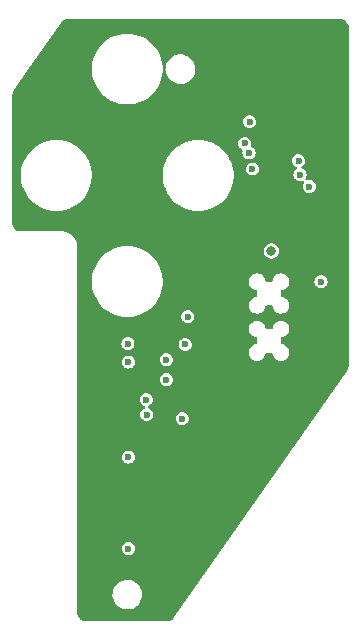
<source format=gbr>
%TF.GenerationSoftware,KiCad,Pcbnew,7.99.0-1.20230926git54171ec.fc37*%
%TF.CreationDate,2023-10-03T14:22:34+01:00*%
%TF.ProjectId,bugg-led-r5,62756767-2d6c-4656-942d-72352e6b6963,rev?*%
%TF.SameCoordinates,Original*%
%TF.FileFunction,Copper,L2,Inr*%
%TF.FilePolarity,Positive*%
%FSLAX46Y46*%
G04 Gerber Fmt 4.6, Leading zero omitted, Abs format (unit mm)*
G04 Created by KiCad (PCBNEW 7.99.0-1.20230926git54171ec.fc37) date 2023-10-03 14:22:34*
%MOMM*%
%LPD*%
G01*
G04 APERTURE LIST*
%TA.AperFunction,ViaPad*%
%ADD10C,0.800000*%
%TD*%
%TA.AperFunction,ViaPad*%
%ADD11C,0.600000*%
%TD*%
G04 APERTURE END LIST*
D10*
%TO.N,GND*%
X9525000Y3775000D03*
X16200000Y-5100000D03*
X16200000Y-4300000D03*
X13900000Y3525000D03*
X8925000Y-16175000D03*
D11*
%TO.N,+3V3*%
X10350000Y4550000D03*
D10*
X12200000Y-6400000D03*
D11*
%TO.N,Net-(LED201-GK)*%
X50000Y-14250000D03*
X3300000Y-17300000D03*
%TO.N,/LED1_B*%
X10600000Y550000D03*
X5125010Y-11974398D03*
%TO.N,/LED1_G*%
X4900000Y-14300000D03*
X10300000Y1900000D03*
%TO.N,/LED1_R*%
X9950000Y2700000D03*
X3300000Y-15600000D03*
%TO.N,/LED2_B*%
X15425010Y-950000D03*
X4650000Y-20600000D03*
%TO.N,/LED2_G*%
X14625010Y50000D03*
X1650000Y-20250000D03*
%TO.N,/LED2_R*%
X14500000Y1250000D03*
X1600000Y-19000000D03*
%TO.N,+5V*%
X100000Y-23850000D03*
X100000Y-15800000D03*
X100000Y-31600000D03*
X16400000Y-9000000D03*
%TD*%
%TA.AperFunction,Conductor*%
%TO.N,GND*%
G36*
X17945275Y13249408D02*
G01*
X17955567Y13249425D01*
X17955568Y13249425D01*
X17957237Y13249427D01*
X17996637Y13249493D01*
X18002825Y13249199D01*
X18133659Y13236513D01*
X18157932Y13231719D01*
X18274838Y13196407D01*
X18297706Y13186962D01*
X18405451Y13129489D01*
X18426034Y13115756D01*
X18520474Y13038332D01*
X18537976Y13020842D01*
X18615463Y12926457D01*
X18629209Y12905885D01*
X18686759Y12798175D01*
X18696219Y12775314D01*
X18731611Y12658436D01*
X18736423Y12634164D01*
X18749198Y12503333D01*
X18749496Y12497145D01*
X18749445Y12445559D01*
X18749500Y12444928D01*
X18749500Y-16058432D01*
X18749314Y-16063268D01*
X18741583Y-16163747D01*
X18738650Y-16182746D01*
X18717018Y-16275336D01*
X18711229Y-16293666D01*
X18675762Y-16381893D01*
X18667253Y-16399130D01*
X18615083Y-16487171D01*
X18612475Y-16491212D01*
X18582392Y-16534138D01*
X18582265Y-16534357D01*
X3983060Y-37384248D01*
X3982184Y-37385293D01*
X3952692Y-37427412D01*
X3948990Y-37432193D01*
X3865522Y-37529921D01*
X3848149Y-37546698D01*
X3754706Y-37621027D01*
X3734448Y-37634183D01*
X3628526Y-37689322D01*
X3606132Y-37698369D01*
X3491643Y-37732282D01*
X3467934Y-37736891D01*
X3376592Y-37745686D01*
X3339997Y-37749210D01*
X3333963Y-37749500D01*
X-3496906Y-37749500D01*
X-3503085Y-37749196D01*
X-3633866Y-37736315D01*
X-3658090Y-37731497D01*
X-3774948Y-37696049D01*
X-3797769Y-37686596D01*
X-3905457Y-37629035D01*
X-3925995Y-37615312D01*
X-4020384Y-37537849D01*
X-4037849Y-37520384D01*
X-4115312Y-37425995D01*
X-4129035Y-37405457D01*
X-4186596Y-37297769D01*
X-4196049Y-37274948D01*
X-4231497Y-37158090D01*
X-4236315Y-37133866D01*
X-4249196Y-37003085D01*
X-4249500Y-36996906D01*
X-4249500Y-35556330D01*
X-1254290Y-35556330D01*
X-1224075Y-35779387D01*
X-1154517Y-35993464D01*
X-1047852Y-36191681D01*
X-907508Y-36367666D01*
X-737996Y-36515765D01*
X-544764Y-36631215D01*
X-334024Y-36710307D01*
X-334019Y-36710307D01*
X-334019Y-36710308D01*
X-259184Y-36723888D01*
X-112547Y-36750500D01*
X-112546Y-36750500D01*
X56149Y-36750500D01*
X56155Y-36750500D01*
X213759Y-36736315D01*
X224189Y-36735377D01*
X224189Y-36735376D01*
X399507Y-36686991D01*
X441167Y-36675494D01*
X441167Y-36675493D01*
X441170Y-36675493D01*
X643973Y-36577829D01*
X826078Y-36445522D01*
X981632Y-36282825D01*
X1105635Y-36094968D01*
X1194103Y-35887988D01*
X1244191Y-35668537D01*
X1254290Y-35443670D01*
X1224075Y-35220613D01*
X1154517Y-35006536D01*
X1099897Y-34905035D01*
X1047855Y-34808324D01*
X1047851Y-34808317D01*
X907506Y-34632332D01*
X737998Y-34484237D01*
X737996Y-34484235D01*
X544764Y-34368785D01*
X334024Y-34289693D01*
X334019Y-34289691D01*
X144091Y-34255224D01*
X112547Y-34249500D01*
X-56155Y-34249500D01*
X-97870Y-34253254D01*
X-224189Y-34264622D01*
X-224189Y-34264623D01*
X-441167Y-34324505D01*
X-643968Y-34422168D01*
X-643976Y-34422173D01*
X-826078Y-34554478D01*
X-826079Y-34554479D01*
X-981630Y-34717172D01*
X-1041795Y-34808319D01*
X-1105635Y-34905032D01*
X-1194103Y-35112012D01*
X-1244191Y-35331463D01*
X-1254290Y-35556330D01*
X-4249500Y-35556330D01*
X-4249500Y-31600000D01*
X-455250Y-31600000D01*
X-436330Y-31743709D01*
X-401351Y-31828155D01*
X-380862Y-31877624D01*
X-292621Y-31992621D01*
X-177624Y-32080862D01*
X-128155Y-32101351D01*
X-43709Y-32136330D01*
X100000Y-32155250D01*
X243709Y-32136330D01*
X328155Y-32101351D01*
X377624Y-32080862D01*
X492621Y-31992621D01*
X580862Y-31877624D01*
X601351Y-31828155D01*
X636330Y-31743709D01*
X655250Y-31600000D01*
X636330Y-31456291D01*
X615839Y-31406821D01*
X580862Y-31322375D01*
X492621Y-31207378D01*
X377624Y-31119137D01*
X243709Y-31063670D01*
X100000Y-31044750D01*
X-43709Y-31063670D01*
X-177624Y-31119137D01*
X-292621Y-31207378D01*
X-380862Y-31322375D01*
X-415839Y-31406821D01*
X-436330Y-31456291D01*
X-455250Y-31600000D01*
X-4249500Y-31600000D01*
X-4249500Y-23850000D01*
X-455250Y-23850000D01*
X-436330Y-23993709D01*
X-401351Y-24078155D01*
X-380862Y-24127624D01*
X-292621Y-24242621D01*
X-177624Y-24330862D01*
X-128155Y-24351351D01*
X-43709Y-24386330D01*
X100000Y-24405250D01*
X243709Y-24386330D01*
X328155Y-24351351D01*
X377624Y-24330862D01*
X492621Y-24242621D01*
X580862Y-24127624D01*
X601351Y-24078155D01*
X636330Y-23993709D01*
X655250Y-23850000D01*
X636330Y-23706291D01*
X615839Y-23656821D01*
X580862Y-23572375D01*
X492621Y-23457378D01*
X377624Y-23369137D01*
X243709Y-23313670D01*
X100000Y-23294750D01*
X-43709Y-23313670D01*
X-177624Y-23369137D01*
X-292621Y-23457378D01*
X-380862Y-23572375D01*
X-415839Y-23656821D01*
X-436330Y-23706291D01*
X-455250Y-23850000D01*
X-4249500Y-23850000D01*
X-4249500Y-19000000D01*
X1044750Y-19000000D01*
X1063670Y-19143709D01*
X1119137Y-19277624D01*
X1207378Y-19392621D01*
X1322375Y-19480862D01*
X1414321Y-19518946D01*
X1469602Y-19563493D01*
X1492024Y-19630857D01*
X1474466Y-19699648D01*
X1422505Y-19748027D01*
X1414321Y-19751764D01*
X1372375Y-19769137D01*
X1257378Y-19857378D01*
X1169137Y-19972375D01*
X1113670Y-20106290D01*
X1094750Y-20249999D01*
X1094750Y-20250000D01*
X1113670Y-20393709D01*
X1169137Y-20527624D01*
X1257378Y-20642621D01*
X1372375Y-20730862D01*
X1456821Y-20765839D01*
X1506291Y-20786330D01*
X1650000Y-20805250D01*
X1793709Y-20786330D01*
X1896607Y-20743709D01*
X1927624Y-20730862D01*
X2042621Y-20642621D01*
X2075326Y-20600000D01*
X4094750Y-20600000D01*
X4113670Y-20743709D01*
X4169137Y-20877624D01*
X4257378Y-20992621D01*
X4372375Y-21080862D01*
X4456821Y-21115839D01*
X4506291Y-21136330D01*
X4650000Y-21155250D01*
X4793709Y-21136330D01*
X4878155Y-21101351D01*
X4927624Y-21080862D01*
X5042621Y-20992621D01*
X5130862Y-20877624D01*
X5168676Y-20786329D01*
X5186330Y-20743709D01*
X5205250Y-20600000D01*
X5186330Y-20456291D01*
X5160408Y-20393709D01*
X5130862Y-20322375D01*
X5042621Y-20207378D01*
X4927624Y-20119137D01*
X4793709Y-20063670D01*
X4650000Y-20044750D01*
X4506290Y-20063670D01*
X4372375Y-20119137D01*
X4257378Y-20207378D01*
X4169137Y-20322375D01*
X4113670Y-20456290D01*
X4094750Y-20599999D01*
X4094750Y-20600000D01*
X2075326Y-20600000D01*
X2130862Y-20527624D01*
X2160408Y-20456290D01*
X2186330Y-20393709D01*
X2205250Y-20250000D01*
X2186330Y-20106291D01*
X2160839Y-20044750D01*
X2130862Y-19972375D01*
X2042621Y-19857378D01*
X1927625Y-19769138D01*
X1835677Y-19731053D01*
X1780396Y-19686505D01*
X1757975Y-19619142D01*
X1775533Y-19550350D01*
X1827495Y-19501972D01*
X1835668Y-19498239D01*
X1877625Y-19480861D01*
X1992621Y-19392621D01*
X2080861Y-19277625D01*
X2080860Y-19277625D01*
X2080862Y-19277624D01*
X2101351Y-19228155D01*
X2136330Y-19143709D01*
X2155250Y-19000000D01*
X2136330Y-18856291D01*
X2115839Y-18806821D01*
X2080862Y-18722375D01*
X1992621Y-18607378D01*
X1877624Y-18519137D01*
X1743709Y-18463670D01*
X1600000Y-18444750D01*
X1456290Y-18463670D01*
X1322375Y-18519137D01*
X1207378Y-18607378D01*
X1119137Y-18722375D01*
X1063670Y-18856290D01*
X1044750Y-18999999D01*
X1044750Y-19000000D01*
X-4249500Y-19000000D01*
X-4249500Y-17300000D01*
X2744750Y-17300000D01*
X2763670Y-17443709D01*
X2819137Y-17577624D01*
X2907378Y-17692621D01*
X3022375Y-17780862D01*
X3106821Y-17815839D01*
X3156291Y-17836330D01*
X3300000Y-17855250D01*
X3443709Y-17836330D01*
X3528155Y-17801351D01*
X3577624Y-17780862D01*
X3692621Y-17692621D01*
X3780862Y-17577624D01*
X3801351Y-17528155D01*
X3836330Y-17443709D01*
X3855250Y-17300000D01*
X3836330Y-17156291D01*
X3815839Y-17106821D01*
X3780862Y-17022375D01*
X3692621Y-16907378D01*
X3577624Y-16819137D01*
X3443709Y-16763670D01*
X3300000Y-16744750D01*
X3156290Y-16763670D01*
X3022375Y-16819137D01*
X2907378Y-16907378D01*
X2819137Y-17022375D01*
X2763670Y-17156290D01*
X2744750Y-17299999D01*
X2744750Y-17300000D01*
X-4249500Y-17300000D01*
X-4249500Y-15800000D01*
X-455250Y-15800000D01*
X-436330Y-15943709D01*
X-416070Y-15992621D01*
X-380862Y-16077624D01*
X-292621Y-16192621D01*
X-177624Y-16280862D01*
X-146711Y-16293666D01*
X-43709Y-16336330D01*
X100000Y-16355250D01*
X243709Y-16336330D01*
X346711Y-16293666D01*
X377624Y-16280862D01*
X492621Y-16192621D01*
X580862Y-16077624D01*
X616070Y-15992621D01*
X636330Y-15943709D01*
X655250Y-15800000D01*
X636330Y-15656291D01*
X613014Y-15600000D01*
X2744750Y-15600000D01*
X2763670Y-15743709D01*
X2819137Y-15877624D01*
X2907378Y-15992621D01*
X3022375Y-16080862D01*
X3106821Y-16115839D01*
X3156291Y-16136330D01*
X3300000Y-16155250D01*
X3443709Y-16136330D01*
X3528155Y-16101351D01*
X3577624Y-16080862D01*
X3692621Y-15992621D01*
X3780862Y-15877624D01*
X3813014Y-15799999D01*
X3836330Y-15743709D01*
X3855250Y-15600000D01*
X3836330Y-15456291D01*
X3813366Y-15400851D01*
X3780862Y-15322375D01*
X3692621Y-15207378D01*
X3577624Y-15119137D01*
X3495349Y-15085059D01*
X10299500Y-15085059D01*
X10340208Y-15250221D01*
X10340210Y-15250225D01*
X10419265Y-15400851D01*
X10419270Y-15400857D01*
X10532069Y-15528181D01*
X10532071Y-15528183D01*
X10672070Y-15624818D01*
X10672074Y-15624820D01*
X10761172Y-15658609D01*
X10831128Y-15685140D01*
X10957628Y-15700500D01*
X10957632Y-15700500D01*
X11042368Y-15700500D01*
X11042372Y-15700500D01*
X11168872Y-15685140D01*
X11327930Y-15624818D01*
X11467929Y-15528183D01*
X11580734Y-15400852D01*
X11659790Y-15250225D01*
X11700500Y-15085056D01*
X11700500Y-15085053D01*
X11700869Y-15083556D01*
X11736592Y-15022201D01*
X11799815Y-14989900D01*
X11848565Y-14990287D01*
X11898259Y-15000500D01*
X11898263Y-15000500D01*
X12050741Y-15000500D01*
X12050742Y-15000500D01*
X12050743Y-15000499D01*
X12050760Y-15000499D01*
X12138411Y-14991584D01*
X12164192Y-14988963D01*
X12233986Y-15001970D01*
X12285670Y-15050646D01*
X12299279Y-15084162D01*
X12340209Y-15250222D01*
X12340210Y-15250225D01*
X12419265Y-15400851D01*
X12419270Y-15400857D01*
X12532069Y-15528181D01*
X12532071Y-15528183D01*
X12672070Y-15624818D01*
X12672074Y-15624820D01*
X12761172Y-15658609D01*
X12831128Y-15685140D01*
X12957628Y-15700500D01*
X12957632Y-15700500D01*
X13042368Y-15700500D01*
X13042372Y-15700500D01*
X13168872Y-15685140D01*
X13327930Y-15624818D01*
X13467929Y-15528183D01*
X13580734Y-15400852D01*
X13659790Y-15250225D01*
X13700500Y-15085056D01*
X13700500Y-14914944D01*
X13659790Y-14749775D01*
X13580734Y-14599148D01*
X13561666Y-14577625D01*
X13467930Y-14471818D01*
X13467928Y-14471816D01*
X13327929Y-14375181D01*
X13327925Y-14375179D01*
X13168870Y-14314859D01*
X13101442Y-14306672D01*
X13036229Y-14278605D01*
X12996542Y-14219737D01*
X12994898Y-14158871D01*
X12993096Y-14158595D01*
X12994064Y-14152278D01*
X13004369Y-13949064D01*
X12997983Y-13907378D01*
X12987363Y-13838058D01*
X12996818Y-13767698D01*
X13042814Y-13713616D01*
X13096718Y-13693901D01*
X13168872Y-13685140D01*
X13327930Y-13624818D01*
X13467929Y-13528183D01*
X13580734Y-13400852D01*
X13659790Y-13250225D01*
X13700500Y-13085056D01*
X13700500Y-12914944D01*
X13659790Y-12749777D01*
X13659790Y-12749776D01*
X13659790Y-12749775D01*
X13580734Y-12599148D01*
X13467929Y-12471817D01*
X13443943Y-12455260D01*
X13327929Y-12375181D01*
X13327925Y-12375179D01*
X13168870Y-12314859D01*
X13042378Y-12299500D01*
X13042372Y-12299500D01*
X12957628Y-12299500D01*
X12957621Y-12299500D01*
X12831129Y-12314859D01*
X12672074Y-12375179D01*
X12672070Y-12375181D01*
X12532071Y-12471816D01*
X12532069Y-12471818D01*
X12419270Y-12599142D01*
X12419265Y-12599148D01*
X12340210Y-12749774D01*
X12340209Y-12749777D01*
X12299130Y-12916443D01*
X12263406Y-12977797D01*
X12200183Y-13010099D01*
X12151430Y-13009710D01*
X12101742Y-12999500D01*
X12101741Y-12999500D01*
X11949258Y-12999500D01*
X11949256Y-12999500D01*
X11835806Y-13011037D01*
X11766011Y-12998029D01*
X11714329Y-12949352D01*
X11700720Y-12915836D01*
X11659791Y-12749778D01*
X11659790Y-12749776D01*
X11659790Y-12749775D01*
X11580734Y-12599148D01*
X11467929Y-12471817D01*
X11443943Y-12455260D01*
X11327929Y-12375181D01*
X11327925Y-12375179D01*
X11168870Y-12314859D01*
X11042378Y-12299500D01*
X11042372Y-12299500D01*
X10957628Y-12299500D01*
X10957621Y-12299500D01*
X10831129Y-12314859D01*
X10672074Y-12375179D01*
X10672070Y-12375181D01*
X10532071Y-12471816D01*
X10532069Y-12471818D01*
X10419270Y-12599142D01*
X10419265Y-12599148D01*
X10340210Y-12749774D01*
X10340208Y-12749778D01*
X10299500Y-12914940D01*
X10299500Y-13085059D01*
X10340208Y-13250221D01*
X10340210Y-13250225D01*
X10419265Y-13400851D01*
X10419270Y-13400857D01*
X10532069Y-13528181D01*
X10532071Y-13528183D01*
X10672070Y-13624818D01*
X10672074Y-13624820D01*
X10831125Y-13685139D01*
X10831128Y-13685140D01*
X10898560Y-13693327D01*
X10963769Y-13721393D01*
X11003457Y-13780261D01*
X11005111Y-13841131D01*
X11006904Y-13841406D01*
X11005936Y-13847722D01*
X10995630Y-14050936D01*
X11012636Y-14161938D01*
X11003180Y-14232302D01*
X10957184Y-14286384D01*
X10903276Y-14306099D01*
X10831129Y-14314859D01*
X10672074Y-14375179D01*
X10672070Y-14375181D01*
X10532071Y-14471816D01*
X10532069Y-14471818D01*
X10419270Y-14599142D01*
X10419265Y-14599148D01*
X10340210Y-14749774D01*
X10340208Y-14749778D01*
X10299500Y-14914940D01*
X10299500Y-15085059D01*
X3495349Y-15085059D01*
X3443709Y-15063670D01*
X3300000Y-15044750D01*
X3156290Y-15063670D01*
X3022375Y-15119137D01*
X2907378Y-15207378D01*
X2819137Y-15322375D01*
X2763670Y-15456290D01*
X2744750Y-15599999D01*
X2744750Y-15600000D01*
X613014Y-15600000D01*
X580862Y-15522375D01*
X492621Y-15407378D01*
X377624Y-15319137D01*
X243709Y-15263670D01*
X100000Y-15244750D01*
X-43709Y-15263670D01*
X-177624Y-15319137D01*
X-292621Y-15407378D01*
X-380862Y-15522375D01*
X-413014Y-15600000D01*
X-436330Y-15656291D01*
X-455250Y-15800000D01*
X-4249500Y-15800000D01*
X-4249500Y-14250000D01*
X-505250Y-14250000D01*
X-486330Y-14393709D01*
X-453977Y-14471817D01*
X-430862Y-14527624D01*
X-342621Y-14642621D01*
X-227624Y-14730862D01*
X-181964Y-14749774D01*
X-93709Y-14786330D01*
X50000Y-14805250D01*
X193709Y-14786330D01*
X281964Y-14749774D01*
X327624Y-14730862D01*
X442621Y-14642621D01*
X530862Y-14527624D01*
X553977Y-14471817D01*
X586330Y-14393709D01*
X598667Y-14300000D01*
X4344750Y-14300000D01*
X4363670Y-14443709D01*
X4419137Y-14577624D01*
X4507378Y-14692621D01*
X4622375Y-14780862D01*
X4706821Y-14815839D01*
X4756291Y-14836330D01*
X4900000Y-14855250D01*
X5043709Y-14836330D01*
X5128155Y-14801351D01*
X5177624Y-14780862D01*
X5292621Y-14692621D01*
X5380862Y-14577624D01*
X5401572Y-14527624D01*
X5436330Y-14443709D01*
X5455250Y-14300000D01*
X5436330Y-14156291D01*
X5415619Y-14106290D01*
X5380862Y-14022375D01*
X5292621Y-13907378D01*
X5177624Y-13819137D01*
X5043709Y-13763670D01*
X4900000Y-13744750D01*
X4756290Y-13763670D01*
X4622375Y-13819137D01*
X4507378Y-13907378D01*
X4419137Y-14022375D01*
X4363670Y-14156290D01*
X4344750Y-14299999D01*
X4344750Y-14300000D01*
X598667Y-14300000D01*
X605250Y-14250000D01*
X586330Y-14106291D01*
X563402Y-14050936D01*
X530862Y-13972375D01*
X442621Y-13857378D01*
X327624Y-13769137D01*
X193709Y-13713670D01*
X50000Y-13694750D01*
X-93709Y-13713670D01*
X-227624Y-13769137D01*
X-342621Y-13857378D01*
X-430862Y-13972375D01*
X-463402Y-14050936D01*
X-486330Y-14106291D01*
X-505250Y-14250000D01*
X-4249500Y-14250000D01*
X-4249500Y-9174759D01*
X-3000500Y-9174759D01*
X-2959923Y-9521914D01*
X-2879319Y-9862011D01*
X-2759777Y-10190451D01*
X-2602913Y-10502793D01*
X-2410849Y-10794811D01*
X-2186183Y-11062558D01*
X-1931953Y-11302412D01*
X-1651596Y-11511130D01*
X-1348904Y-11685889D01*
X-1027971Y-11824326D01*
X-693136Y-11924569D01*
X-348927Y-11985262D01*
X-87305Y-12000500D01*
X-87299Y-12000500D01*
X87299Y-12000500D01*
X87305Y-12000500D01*
X348927Y-11985262D01*
X410540Y-11974398D01*
X4569760Y-11974398D01*
X4588680Y-12118107D01*
X4644147Y-12252022D01*
X4732388Y-12367019D01*
X4847385Y-12455260D01*
X4931831Y-12490237D01*
X4981301Y-12510728D01*
X5125010Y-12529648D01*
X5268719Y-12510728D01*
X5353165Y-12475749D01*
X5402634Y-12455260D01*
X5517631Y-12367019D01*
X5605872Y-12252022D01*
X5626361Y-12202553D01*
X5661340Y-12118107D01*
X5680260Y-11974398D01*
X5661340Y-11830689D01*
X5640849Y-11781219D01*
X5605872Y-11696773D01*
X5517631Y-11581776D01*
X5402634Y-11493535D01*
X5268719Y-11438068D01*
X5125010Y-11419148D01*
X4981300Y-11438068D01*
X4847385Y-11493535D01*
X4732388Y-11581776D01*
X4644147Y-11696773D01*
X4588680Y-11830688D01*
X4569760Y-11974397D01*
X4569760Y-11974398D01*
X410540Y-11974398D01*
X693136Y-11924569D01*
X1027971Y-11824326D01*
X1348904Y-11685889D01*
X1651596Y-11511130D01*
X1931953Y-11302412D01*
X2162333Y-11085059D01*
X10299500Y-11085059D01*
X10340208Y-11250221D01*
X10340210Y-11250225D01*
X10419265Y-11400851D01*
X10419270Y-11400857D01*
X10532069Y-11528181D01*
X10532071Y-11528183D01*
X10672070Y-11624818D01*
X10672074Y-11624820D01*
X10761172Y-11658609D01*
X10831128Y-11685140D01*
X10957628Y-11700500D01*
X10957632Y-11700500D01*
X11042368Y-11700500D01*
X11042372Y-11700500D01*
X11168872Y-11685140D01*
X11327930Y-11624818D01*
X11467929Y-11528183D01*
X11580734Y-11400852D01*
X11659790Y-11250225D01*
X11700500Y-11085056D01*
X11700500Y-11085053D01*
X11700869Y-11083556D01*
X11736592Y-11022201D01*
X11799815Y-10989900D01*
X11848565Y-10990287D01*
X11898259Y-11000500D01*
X11898263Y-11000500D01*
X12050741Y-11000500D01*
X12050742Y-11000500D01*
X12050743Y-11000499D01*
X12050760Y-11000499D01*
X12138411Y-10991584D01*
X12164192Y-10988963D01*
X12233986Y-11001970D01*
X12285670Y-11050646D01*
X12299279Y-11084162D01*
X12340209Y-11250222D01*
X12340210Y-11250225D01*
X12419265Y-11400851D01*
X12419270Y-11400857D01*
X12532069Y-11528181D01*
X12532071Y-11528183D01*
X12672070Y-11624818D01*
X12672074Y-11624820D01*
X12761172Y-11658609D01*
X12831128Y-11685140D01*
X12957628Y-11700500D01*
X12957632Y-11700500D01*
X13042368Y-11700500D01*
X13042372Y-11700500D01*
X13168872Y-11685140D01*
X13327930Y-11624818D01*
X13467929Y-11528183D01*
X13580734Y-11400852D01*
X13659790Y-11250225D01*
X13700500Y-11085056D01*
X13700500Y-10914944D01*
X13659790Y-10749775D01*
X13580734Y-10599148D01*
X13495377Y-10502800D01*
X13467930Y-10471818D01*
X13467928Y-10471816D01*
X13327929Y-10375181D01*
X13327925Y-10375179D01*
X13168870Y-10314859D01*
X13101442Y-10306672D01*
X13036229Y-10278605D01*
X12996542Y-10219737D01*
X12994898Y-10158871D01*
X12993096Y-10158595D01*
X12994064Y-10152278D01*
X13004369Y-9949064D01*
X12987363Y-9838058D01*
X12996818Y-9767698D01*
X13042814Y-9713616D01*
X13096718Y-9693901D01*
X13168872Y-9685140D01*
X13327930Y-9624818D01*
X13467929Y-9528183D01*
X13580734Y-9400852D01*
X13659790Y-9250225D01*
X13700500Y-9085056D01*
X13700500Y-9000000D01*
X15844750Y-9000000D01*
X15863670Y-9143709D01*
X15919137Y-9277624D01*
X16007378Y-9392621D01*
X16122375Y-9480862D01*
X16206821Y-9515839D01*
X16256291Y-9536330D01*
X16400000Y-9555250D01*
X16543709Y-9536330D01*
X16628155Y-9501351D01*
X16677624Y-9480862D01*
X16792621Y-9392621D01*
X16880862Y-9277624D01*
X16901351Y-9228155D01*
X16936330Y-9143709D01*
X16955250Y-9000000D01*
X16936330Y-8856291D01*
X16892212Y-8749778D01*
X16880862Y-8722375D01*
X16792621Y-8607378D01*
X16677624Y-8519137D01*
X16543709Y-8463670D01*
X16400000Y-8444750D01*
X16256290Y-8463670D01*
X16122375Y-8519137D01*
X16007378Y-8607378D01*
X15919137Y-8722375D01*
X15863670Y-8856290D01*
X15844750Y-8999999D01*
X15844750Y-9000000D01*
X13700500Y-9000000D01*
X13700500Y-8914944D01*
X13686043Y-8856290D01*
X13659791Y-8749778D01*
X13659790Y-8749776D01*
X13659790Y-8749775D01*
X13580734Y-8599148D01*
X13509852Y-8519139D01*
X13467930Y-8471818D01*
X13467928Y-8471816D01*
X13327929Y-8375181D01*
X13327925Y-8375179D01*
X13168870Y-8314859D01*
X13042378Y-8299500D01*
X13042372Y-8299500D01*
X12957628Y-8299500D01*
X12957621Y-8299500D01*
X12831129Y-8314859D01*
X12672074Y-8375179D01*
X12672070Y-8375181D01*
X12532071Y-8471816D01*
X12532069Y-8471818D01*
X12419270Y-8599142D01*
X12419265Y-8599148D01*
X12340210Y-8749774D01*
X12340209Y-8749777D01*
X12299130Y-8916443D01*
X12263406Y-8977797D01*
X12200183Y-9010099D01*
X12151430Y-9009710D01*
X12101742Y-8999500D01*
X12101741Y-8999500D01*
X11949258Y-8999500D01*
X11949256Y-8999500D01*
X11835806Y-9011037D01*
X11766011Y-8998029D01*
X11714329Y-8949352D01*
X11700720Y-8915836D01*
X11659791Y-8749778D01*
X11659790Y-8749776D01*
X11659790Y-8749775D01*
X11580734Y-8599148D01*
X11509852Y-8519139D01*
X11467930Y-8471818D01*
X11467928Y-8471816D01*
X11327929Y-8375181D01*
X11327925Y-8375179D01*
X11168870Y-8314859D01*
X11042378Y-8299500D01*
X11042372Y-8299500D01*
X10957628Y-8299500D01*
X10957621Y-8299500D01*
X10831129Y-8314859D01*
X10672074Y-8375179D01*
X10672070Y-8375181D01*
X10532071Y-8471816D01*
X10532069Y-8471818D01*
X10419270Y-8599142D01*
X10419265Y-8599148D01*
X10340210Y-8749774D01*
X10340208Y-8749778D01*
X10299500Y-8914940D01*
X10299500Y-9085059D01*
X10340208Y-9250221D01*
X10340210Y-9250225D01*
X10419265Y-9400851D01*
X10419270Y-9400857D01*
X10532069Y-9528181D01*
X10532071Y-9528183D01*
X10672070Y-9624818D01*
X10672074Y-9624820D01*
X10831125Y-9685139D01*
X10831128Y-9685140D01*
X10898560Y-9693327D01*
X10963769Y-9721393D01*
X11003457Y-9780261D01*
X11005111Y-9841131D01*
X11006904Y-9841406D01*
X11005936Y-9847722D01*
X10995630Y-10050936D01*
X11012636Y-10161938D01*
X11003180Y-10232302D01*
X10957184Y-10286384D01*
X10903276Y-10306099D01*
X10831129Y-10314859D01*
X10672074Y-10375179D01*
X10672070Y-10375181D01*
X10532071Y-10471816D01*
X10532069Y-10471818D01*
X10419270Y-10599142D01*
X10419265Y-10599148D01*
X10340210Y-10749774D01*
X10340208Y-10749778D01*
X10299500Y-10914940D01*
X10299500Y-11085059D01*
X2162333Y-11085059D01*
X2186183Y-11062558D01*
X2410849Y-10794811D01*
X2602913Y-10502793D01*
X2759777Y-10190451D01*
X2879319Y-9862011D01*
X2959923Y-9521914D01*
X3000500Y-9174759D01*
X3000500Y-8825241D01*
X2991679Y-8749777D01*
X2974073Y-8599148D01*
X2959923Y-8478086D01*
X2879319Y-8137989D01*
X2759777Y-7809549D01*
X2602913Y-7497207D01*
X2410849Y-7205189D01*
X2281049Y-7050499D01*
X2186186Y-6937445D01*
X1931954Y-6697589D01*
X1651600Y-6488873D01*
X1651596Y-6488870D01*
X1497674Y-6400003D01*
X11544722Y-6400003D01*
X11563761Y-6556815D01*
X11591771Y-6630670D01*
X11619780Y-6704523D01*
X11619781Y-6704525D01*
X11619782Y-6704526D01*
X11619783Y-6704529D01*
X11709516Y-6834529D01*
X11709517Y-6834530D01*
X11827760Y-6939283D01*
X11967635Y-7012696D01*
X11967636Y-7012696D01*
X11967638Y-7012697D01*
X12044325Y-7031598D01*
X12121015Y-7050500D01*
X12121017Y-7050500D01*
X12278983Y-7050500D01*
X12278985Y-7050500D01*
X12432365Y-7012696D01*
X12572240Y-6939283D01*
X12690483Y-6834530D01*
X12780220Y-6704523D01*
X12836237Y-6556818D01*
X12836237Y-6556817D01*
X12836238Y-6556815D01*
X12855278Y-6400003D01*
X12855278Y-6399996D01*
X12836238Y-6243184D01*
X12828392Y-6222498D01*
X12780220Y-6095477D01*
X12780216Y-6095472D01*
X12780216Y-6095470D01*
X12690483Y-5965470D01*
X12690481Y-5965468D01*
X12572240Y-5860717D01*
X12432365Y-5787304D01*
X12432361Y-5787302D01*
X12278987Y-5749500D01*
X12278985Y-5749500D01*
X12121015Y-5749500D01*
X12121012Y-5749500D01*
X11967638Y-5787302D01*
X11967634Y-5787304D01*
X11827759Y-5860717D01*
X11709518Y-5965468D01*
X11709516Y-5965470D01*
X11619783Y-6095470D01*
X11619782Y-6095473D01*
X11563761Y-6243184D01*
X11544722Y-6399996D01*
X11544722Y-6400003D01*
X1497674Y-6400003D01*
X1348906Y-6314112D01*
X1348901Y-6314109D01*
X1027978Y-6175677D01*
X1027977Y-6175676D01*
X1027971Y-6175674D01*
X693136Y-6075431D01*
X348927Y-6014738D01*
X348922Y-6014737D01*
X348916Y-6014737D01*
X216290Y-6007012D01*
X87305Y-5999500D01*
X-87305Y-5999500D01*
X-216290Y-6007012D01*
X-348916Y-6014737D01*
X-348922Y-6014737D01*
X-348927Y-6014738D01*
X-693136Y-6075431D01*
X-1027971Y-6175674D01*
X-1027977Y-6175676D01*
X-1027978Y-6175677D01*
X-1348901Y-6314109D01*
X-1348906Y-6314112D01*
X-1497674Y-6400003D01*
X-1651596Y-6488870D01*
X-1651600Y-6488873D01*
X-1931954Y-6697589D01*
X-2186186Y-6937445D01*
X-2281049Y-7050499D01*
X-2410849Y-7205189D01*
X-2602913Y-7497207D01*
X-2759777Y-7809549D01*
X-2879319Y-8137989D01*
X-2959923Y-8478086D01*
X-2974073Y-8599148D01*
X-2991679Y-8749777D01*
X-3000500Y-8825241D01*
X-3000500Y-9174759D01*
X-4249500Y-9174759D01*
X-4249500Y-5901587D01*
X-4257072Y-5853780D01*
X-4280291Y-5707174D01*
X-4280291Y-5707173D01*
X-4280292Y-5707168D01*
X-4341114Y-5519978D01*
X-4341117Y-5519972D01*
X-4430478Y-5344591D01*
X-4546173Y-5185351D01*
X-4685351Y-5046173D01*
X-4844591Y-4930478D01*
X-5019972Y-4841117D01*
X-5019978Y-4841114D01*
X-5207168Y-4780292D01*
X-5207174Y-4780291D01*
X-5401584Y-4749500D01*
X-5401587Y-4749500D01*
X-8996448Y-4749500D01*
X-9002667Y-4749192D01*
X-9133468Y-4736224D01*
X-9157662Y-4731398D01*
X-9274557Y-4695886D01*
X-9297350Y-4686437D01*
X-9405079Y-4628827D01*
X-9425593Y-4615118D01*
X-9520036Y-4537613D01*
X-9537485Y-4520168D01*
X-9615009Y-4425750D01*
X-9628723Y-4405240D01*
X-9686360Y-4297525D01*
X-9695815Y-4274736D01*
X-9731359Y-4157848D01*
X-9736191Y-4133653D01*
X-9749191Y-4002861D01*
X-9749500Y-3996626D01*
X-9749500Y-174759D01*
X-9000500Y-174759D01*
X-8959923Y-521914D01*
X-8879319Y-862011D01*
X-8759777Y-1190451D01*
X-8602913Y-1502793D01*
X-8410849Y-1794811D01*
X-8186183Y-2062558D01*
X-7931953Y-2302412D01*
X-7651596Y-2511130D01*
X-7348904Y-2685889D01*
X-7027971Y-2824326D01*
X-6693136Y-2924569D01*
X-6348927Y-2985262D01*
X-6087305Y-3000500D01*
X-6087299Y-3000500D01*
X-5912701Y-3000500D01*
X-5912695Y-3000500D01*
X-5651073Y-2985262D01*
X-5306864Y-2924569D01*
X-4972029Y-2824326D01*
X-4651096Y-2685889D01*
X-4348404Y-2511130D01*
X-4068047Y-2302412D01*
X-3813817Y-2062558D01*
X-3813816Y-2062556D01*
X-3813813Y-2062554D01*
X-3589147Y-1794806D01*
X-3397091Y-1502800D01*
X-3388819Y-1486330D01*
X-3240223Y-1190451D01*
X-3240219Y-1190441D01*
X-3120683Y-862019D01*
X-3120681Y-862010D01*
X-3040078Y-521919D01*
X-3040076Y-521909D01*
X-2999500Y-174761D01*
X2999500Y-174761D01*
X3040076Y-521909D01*
X3040078Y-521919D01*
X3120681Y-862010D01*
X3120683Y-862019D01*
X3240219Y-1190441D01*
X3240223Y-1190451D01*
X3388819Y-1486330D01*
X3397091Y-1502800D01*
X3589147Y-1794806D01*
X3813813Y-2062554D01*
X3813816Y-2062556D01*
X3813817Y-2062558D01*
X4068047Y-2302412D01*
X4348404Y-2511130D01*
X4651096Y-2685889D01*
X4972029Y-2824326D01*
X5306864Y-2924569D01*
X5651073Y-2985262D01*
X5912695Y-3000500D01*
X5912701Y-3000500D01*
X6087299Y-3000500D01*
X6087305Y-3000500D01*
X6348927Y-2985262D01*
X6693136Y-2924569D01*
X7027971Y-2824326D01*
X7348904Y-2685889D01*
X7651596Y-2511130D01*
X7931953Y-2302412D01*
X8186183Y-2062558D01*
X8410849Y-1794811D01*
X8602913Y-1502793D01*
X8759777Y-1190451D01*
X8879319Y-862011D01*
X8959923Y-521914D01*
X9000500Y-174759D01*
X9000500Y174759D01*
X8959923Y521914D01*
X8953267Y549999D01*
X10044750Y549999D01*
X10063670Y406290D01*
X10119137Y272375D01*
X10207378Y157378D01*
X10322375Y69137D01*
X10456290Y13670D01*
X10600000Y-5250D01*
X10743709Y13670D01*
X10877624Y69137D01*
X10992621Y157378D01*
X11080862Y272375D01*
X11115839Y356821D01*
X11136330Y406291D01*
X11155250Y550000D01*
X11136330Y693709D01*
X11100225Y780876D01*
X11080862Y827624D01*
X10992621Y942621D01*
X10877624Y1030862D01*
X10828155Y1051351D01*
X10743709Y1086330D01*
X10600000Y1105250D01*
X10456291Y1086330D01*
X10406821Y1065839D01*
X10322375Y1030862D01*
X10207378Y942621D01*
X10119137Y827624D01*
X10063670Y693709D01*
X10044750Y550000D01*
X10044750Y549999D01*
X8953267Y549999D01*
X8879319Y862011D01*
X8759777Y1190451D01*
X8729871Y1249999D01*
X13944750Y1249999D01*
X13963670Y1106290D01*
X14019137Y972375D01*
X14107378Y857378D01*
X14222374Y769138D01*
X14303601Y735494D01*
X14358882Y690946D01*
X14381303Y623583D01*
X14363745Y554791D01*
X14332087Y519123D01*
X14232388Y442621D01*
X14144147Y327624D01*
X14088680Y193709D01*
X14069760Y50000D01*
X14069760Y49999D01*
X14088680Y-93709D01*
X14144147Y-227624D01*
X14232388Y-342621D01*
X14347385Y-430862D01*
X14430983Y-465488D01*
X14481301Y-486330D01*
X14625010Y-505250D01*
X14768719Y-486330D01*
X14800715Y-473076D01*
X14871304Y-465488D01*
X14934791Y-497268D01*
X14971018Y-558326D01*
X14968484Y-629277D01*
X14948896Y-666188D01*
X14944147Y-672376D01*
X14888680Y-806290D01*
X14869760Y-949999D01*
X14869760Y-950000D01*
X14888680Y-1093709D01*
X14944147Y-1227624D01*
X15032388Y-1342621D01*
X15147385Y-1430862D01*
X15231831Y-1465839D01*
X15281301Y-1486330D01*
X15425010Y-1505250D01*
X15568719Y-1486330D01*
X15653165Y-1451351D01*
X15702634Y-1430862D01*
X15817631Y-1342621D01*
X15905872Y-1227624D01*
X15926361Y-1178155D01*
X15961340Y-1093709D01*
X15980260Y-950000D01*
X15961340Y-806291D01*
X15940849Y-756821D01*
X15905872Y-672375D01*
X15817631Y-557378D01*
X15702634Y-469137D01*
X15568719Y-413670D01*
X15425010Y-394750D01*
X15281302Y-413669D01*
X15249301Y-426924D01*
X15178711Y-434510D01*
X15115225Y-402729D01*
X15079000Y-341669D01*
X15081536Y-270718D01*
X15101125Y-233809D01*
X15105871Y-227625D01*
X15161340Y-93709D01*
X15180260Y50000D01*
X15161340Y193709D01*
X15126361Y278155D01*
X15105872Y327624D01*
X15017631Y442621D01*
X14902635Y530861D01*
X14821407Y564506D01*
X14766128Y609052D01*
X14743706Y676415D01*
X14761263Y745206D01*
X14792922Y780876D01*
X14892621Y857378D01*
X14980862Y972375D01*
X15015839Y1056821D01*
X15036330Y1106291D01*
X15055250Y1250000D01*
X15036330Y1393709D01*
X14991144Y1502800D01*
X14980862Y1527624D01*
X14892621Y1642621D01*
X14777624Y1730862D01*
X14716233Y1756290D01*
X14643709Y1786330D01*
X14500000Y1805250D01*
X14356291Y1786330D01*
X14306821Y1765839D01*
X14222375Y1730862D01*
X14107378Y1642621D01*
X14019137Y1527624D01*
X13963670Y1393709D01*
X13944750Y1250000D01*
X13944750Y1249999D01*
X8729871Y1249999D01*
X8602913Y1502793D01*
X8410849Y1794811D01*
X8186183Y2062558D01*
X7931953Y2302412D01*
X7651596Y2511130D01*
X7348904Y2685889D01*
X7316193Y2699999D01*
X9394750Y2699999D01*
X9413670Y2556290D01*
X9469137Y2422375D01*
X9557378Y2307378D01*
X9672374Y2219138D01*
X9695915Y2209388D01*
X9751196Y2164840D01*
X9773617Y2097476D01*
X9765376Y2051800D01*
X9765807Y2051685D01*
X9764426Y2046531D01*
X9764107Y2044763D01*
X9763669Y2043707D01*
X9744750Y1900000D01*
X9744750Y1899999D01*
X9763670Y1756290D01*
X9819137Y1622375D01*
X9907378Y1507378D01*
X10022375Y1419137D01*
X10156290Y1363670D01*
X10300000Y1344750D01*
X10443709Y1363670D01*
X10577624Y1419137D01*
X10692621Y1507378D01*
X10780862Y1622375D01*
X10815839Y1706821D01*
X10836330Y1756291D01*
X10855250Y1900000D01*
X10836330Y2043709D01*
X10787007Y2162787D01*
X10780862Y2177624D01*
X10692621Y2292621D01*
X10673388Y2307379D01*
X10577625Y2380861D01*
X10554086Y2390610D01*
X10498806Y2435155D01*
X10476382Y2502518D01*
X10484624Y2548199D01*
X10484193Y2548315D01*
X10485576Y2553478D01*
X10485894Y2555239D01*
X10486330Y2556291D01*
X10505250Y2700000D01*
X10486330Y2843709D01*
X10451351Y2928155D01*
X10430862Y2977624D01*
X10342621Y3092621D01*
X10227624Y3180862D01*
X10178155Y3201351D01*
X10093709Y3236330D01*
X9950000Y3255250D01*
X9806291Y3236330D01*
X9756821Y3215839D01*
X9672375Y3180862D01*
X9557378Y3092621D01*
X9469137Y2977624D01*
X9413670Y2843709D01*
X9394750Y2700000D01*
X9394750Y2699999D01*
X7316193Y2699999D01*
X7027971Y2824326D01*
X6693136Y2924569D01*
X6348927Y2985262D01*
X6087305Y3000500D01*
X5912695Y3000500D01*
X5651073Y2985262D01*
X5306864Y2924569D01*
X4972029Y2824326D01*
X4715282Y2713576D01*
X4683807Y2699999D01*
X4651096Y2685889D01*
X4348404Y2511130D01*
X4068047Y2302412D01*
X3920054Y2162787D01*
X3813813Y2062554D01*
X3797999Y2043707D01*
X3597911Y1805250D01*
X3589147Y1794806D01*
X3397091Y1502800D01*
X3397089Y1502796D01*
X3397087Y1502793D01*
X3240223Y1190451D01*
X3240221Y1190447D01*
X3240221Y1190446D01*
X3240219Y1190441D01*
X3120683Y862019D01*
X3120681Y862012D01*
X3120681Y862011D01*
X3112531Y827624D01*
X3040078Y521919D01*
X3040076Y521909D01*
X2999500Y174761D01*
X2999500Y-174761D01*
X-2999500Y-174761D01*
X-2999500Y174761D01*
X-3040076Y521909D01*
X-3040078Y521919D01*
X-3112531Y827624D01*
X-3120681Y862011D01*
X-3120681Y862012D01*
X-3120683Y862019D01*
X-3240219Y1190441D01*
X-3240221Y1190446D01*
X-3240221Y1190447D01*
X-3240223Y1190451D01*
X-3397087Y1502793D01*
X-3397089Y1502796D01*
X-3397091Y1502800D01*
X-3589147Y1794806D01*
X-3597911Y1805250D01*
X-3797999Y2043707D01*
X-3813813Y2062554D01*
X-3920054Y2162787D01*
X-4068047Y2302412D01*
X-4348404Y2511130D01*
X-4651096Y2685889D01*
X-4683807Y2699999D01*
X-4715282Y2713576D01*
X-4972029Y2824326D01*
X-5306864Y2924569D01*
X-5651073Y2985262D01*
X-5912695Y3000500D01*
X-6087305Y3000500D01*
X-6348927Y2985262D01*
X-6693136Y2924569D01*
X-7027971Y2824326D01*
X-7348904Y2685889D01*
X-7651596Y2511130D01*
X-7931953Y2302412D01*
X-8186183Y2062558D01*
X-8410849Y1794811D01*
X-8602913Y1502793D01*
X-8759777Y1190451D01*
X-8879319Y862011D01*
X-8959923Y521914D01*
X-9000500Y174759D01*
X-9000500Y-174759D01*
X-9749500Y-174759D01*
X-9749500Y4549999D01*
X9794750Y4549999D01*
X9813670Y4406290D01*
X9869137Y4272375D01*
X9957378Y4157378D01*
X10072375Y4069137D01*
X10206290Y4013670D01*
X10350000Y3994750D01*
X10493709Y4013670D01*
X10627624Y4069137D01*
X10742621Y4157378D01*
X10830862Y4272375D01*
X10865839Y4356821D01*
X10886330Y4406291D01*
X10905250Y4550000D01*
X10886330Y4693709D01*
X10851351Y4778155D01*
X10830862Y4827624D01*
X10742621Y4942621D01*
X10627624Y5030862D01*
X10578155Y5051351D01*
X10493709Y5086330D01*
X10350000Y5105250D01*
X10206291Y5086330D01*
X10156821Y5065839D01*
X10072375Y5030862D01*
X9957378Y4942621D01*
X9869137Y4827624D01*
X9813670Y4693709D01*
X9794750Y4550000D01*
X9794750Y4549999D01*
X-9749500Y4549999D01*
X-9749500Y6732332D01*
X-9749431Y6733121D01*
X-9749437Y6785491D01*
X-9749254Y6790297D01*
X-9741454Y6892442D01*
X-9738532Y6911443D01*
X-9716923Y7004174D01*
X-9711148Y7022500D01*
X-9675682Y7110872D01*
X-9667185Y7128108D01*
X-9615014Y7216265D01*
X-9612402Y7220317D01*
X-8488590Y8825241D01*
X-3000500Y8825241D01*
X-2959923Y8478086D01*
X-2879319Y8137989D01*
X-2759777Y7809549D01*
X-2602913Y7497207D01*
X-2602908Y7497200D01*
X-2602908Y7497199D01*
X-2410852Y7205193D01*
X-2250055Y7013561D01*
X-2186183Y6937442D01*
X-1931953Y6697588D01*
X-1651596Y6488870D01*
X-1651585Y6488863D01*
X-1651584Y6488863D01*
X-1348906Y6314112D01*
X-1348901Y6314109D01*
X-1027978Y6175677D01*
X-1027971Y6175674D01*
X-693136Y6075431D01*
X-348927Y6014738D01*
X-348922Y6014737D01*
X-348916Y6014737D01*
X-216290Y6007012D01*
X-87305Y5999500D01*
X-87299Y5999500D01*
X87299Y5999500D01*
X87305Y5999500D01*
X216290Y6007012D01*
X348916Y6014737D01*
X348922Y6014737D01*
X348927Y6014738D01*
X693136Y6075431D01*
X1027971Y6175674D01*
X1027978Y6175677D01*
X1348901Y6314109D01*
X1348906Y6314112D01*
X1651584Y6488863D01*
X1651585Y6488863D01*
X1651596Y6488870D01*
X1931953Y6697588D01*
X2186183Y6937442D01*
X2250055Y7013561D01*
X2410852Y7205193D01*
X2602908Y7497199D01*
X2602908Y7497200D01*
X2602913Y7497207D01*
X2759777Y7809549D01*
X2879319Y8137989D01*
X2959923Y8478086D01*
X3000500Y8825241D01*
X3000500Y8885050D01*
X3020502Y8953171D01*
X3063832Y8990717D01*
X3186144Y8990717D01*
X3209012Y8980274D01*
X3247396Y8920548D01*
X3251360Y8901963D01*
X3275925Y8720609D01*
X3345484Y8506532D01*
X3452144Y8308324D01*
X3452148Y8308317D01*
X3592493Y8132332D01*
X3762001Y7984237D01*
X3955235Y7868785D01*
X4165980Y7789691D01*
X4359841Y7754510D01*
X4387453Y7749500D01*
X4387454Y7749500D01*
X4556151Y7749500D01*
X4556155Y7749500D01*
X4597870Y7753254D01*
X4724189Y7764622D01*
X4724189Y7764623D01*
X4941167Y7824505D01*
X5143968Y7922168D01*
X5143976Y7922173D01*
X5326078Y8054478D01*
X5326079Y8054479D01*
X5481630Y8217172D01*
X5605632Y8405027D01*
X5605632Y8405028D01*
X5605635Y8405032D01*
X5694103Y8612012D01*
X5744191Y8831463D01*
X5754290Y9056330D01*
X5724075Y9279387D01*
X5654517Y9493464D01*
X5547852Y9691681D01*
X5407508Y9867666D01*
X5237996Y10015765D01*
X5044764Y10131215D01*
X4834024Y10210307D01*
X4834019Y10210307D01*
X4834019Y10210308D01*
X4695885Y10235376D01*
X4612547Y10250500D01*
X4443845Y10250500D01*
X4296669Y10237254D01*
X4275810Y10235377D01*
X4275810Y10235376D01*
X4184978Y10210308D01*
X4058832Y10175494D01*
X4058830Y10175493D01*
X3856027Y10077829D01*
X3856023Y10077826D01*
X3673921Y9945521D01*
X3673920Y9945520D01*
X3518369Y9782827D01*
X3394367Y9594972D01*
X3394363Y9594964D01*
X3305897Y9387988D01*
X3305896Y9387986D01*
X3255809Y9168538D01*
X3255809Y9168536D01*
X3252373Y9092029D01*
X3229335Y9024874D01*
X3186144Y8990717D01*
X3063832Y8990717D01*
X3066175Y8992747D01*
X3039798Y9006255D01*
X3004133Y9067644D01*
X3000500Y9097682D01*
X3000500Y9174761D01*
X2963248Y9493464D01*
X2959923Y9521914D01*
X2879319Y9862011D01*
X2759777Y10190451D01*
X2602913Y10502793D01*
X2410849Y10794811D01*
X2186183Y11062558D01*
X1931953Y11302412D01*
X1651596Y11511130D01*
X1348904Y11685889D01*
X1027971Y11824326D01*
X693136Y11924569D01*
X348927Y11985262D01*
X87305Y12000500D01*
X-87305Y12000500D01*
X-348927Y11985262D01*
X-693136Y11924569D01*
X-1027971Y11824326D01*
X-1348904Y11685889D01*
X-1651596Y11511130D01*
X-1931953Y11302412D01*
X-2186183Y11062558D01*
X-2410849Y10794811D01*
X-2602913Y10502793D01*
X-2759777Y10190451D01*
X-2879319Y9862011D01*
X-2959923Y9521914D01*
X-3000500Y9174759D01*
X-3000500Y8825241D01*
X-8488590Y8825241D01*
X-5616091Y12927477D01*
X-5612389Y12932258D01*
X-5529218Y13029641D01*
X-5511842Y13046420D01*
X-5418244Y13120870D01*
X-5397988Y13134024D01*
X-5291904Y13189248D01*
X-5269510Y13198296D01*
X-5154836Y13232264D01*
X-5131127Y13236873D01*
X-5022023Y13247379D01*
X-5003010Y13249210D01*
X-4996971Y13249500D01*
X-4955830Y13249500D01*
X17944217Y13249500D01*
X17945275Y13249408D01*
G37*
%TD.AperFunction*%
%TD*%
M02*

</source>
